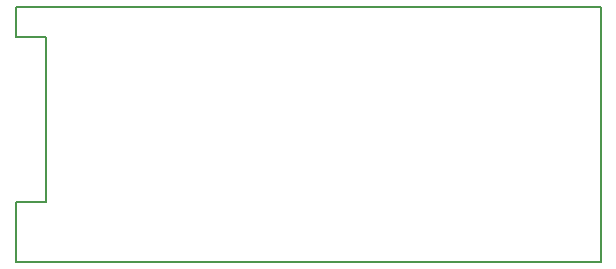
<source format=gbr>
G04 #@! TF.GenerationSoftware,KiCad,Pcbnew,(5.1.2)-1*
G04 #@! TF.CreationDate,2019-06-17T23:04:49-04:00*
G04 #@! TF.ProjectId,REV Type-C V2,52455620-5479-4706-952d-432056322e6b,rev?*
G04 #@! TF.SameCoordinates,Original*
G04 #@! TF.FileFunction,Other,User*
%FSLAX46Y46*%
G04 Gerber Fmt 4.6, Leading zero omitted, Abs format (unit mm)*
G04 Created by KiCad (PCBNEW (5.1.2)-1) date 2019-06-17 23:04:49*
%MOMM*%
%LPD*%
G04 APERTURE LIST*
%ADD10C,0.150000*%
%ADD11C,0.050000*%
G04 APERTURE END LIST*
D10*
X53340000Y-25400000D02*
X53340000Y-22860000D01*
X55880000Y-25400000D02*
X53340000Y-25400000D01*
X55880000Y-39370000D02*
X55880000Y-25400000D01*
X53340000Y-39370000D02*
X55880000Y-39370000D01*
X53340000Y-44450000D02*
X53340000Y-39370000D01*
X102870000Y-44450000D02*
X53340000Y-44450000D01*
X102870000Y-22860000D02*
X102870000Y-44450000D01*
X53340000Y-22860000D02*
X102870000Y-22860000D01*
D11*
X55880000Y-22860000D02*
X95250000Y-22860000D01*
X57150000Y-44450000D02*
X95250000Y-44450000D01*
X53340000Y-44450000D02*
X57150000Y-44450000D01*
X53340000Y-22860000D02*
X55880000Y-22860000D01*
X53340000Y-25400000D02*
X53340000Y-22860000D01*
X55880000Y-25400000D02*
X53340000Y-25400000D01*
X55880000Y-39370000D02*
X55880000Y-25400000D01*
X53340000Y-39370000D02*
X55880000Y-39370000D01*
X53340000Y-44450000D02*
X53340000Y-39370000D01*
X102870000Y-44450000D02*
X95250000Y-44450000D01*
X102870000Y-22860000D02*
X102870000Y-44450000D01*
X95250000Y-22860000D02*
X102870000Y-22860000D01*
M02*

</source>
